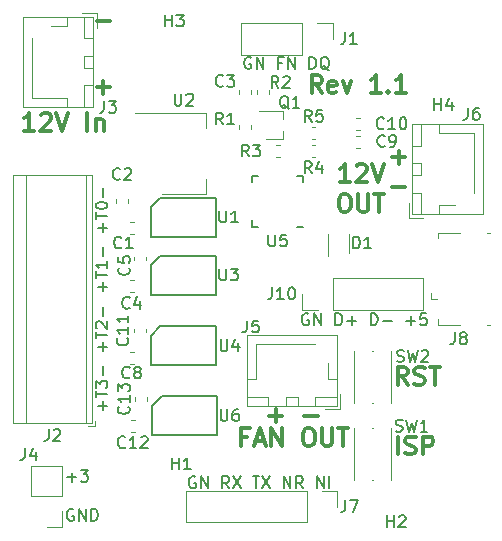
<source format=gbr>
G04 #@! TF.GenerationSoftware,KiCad,Pcbnew,5.0.1-5.0.1*
G04 #@! TF.CreationDate,2018-12-02T23:25:31-08:00*
G04 #@! TF.ProjectId,t962,743936322E6B696361645F7063620000,1.1*
G04 #@! TF.SameCoordinates,Original*
G04 #@! TF.FileFunction,Legend,Top*
G04 #@! TF.FilePolarity,Positive*
%FSLAX46Y46*%
G04 Gerber Fmt 4.6, Leading zero omitted, Abs format (unit mm)*
G04 Created by KiCad (PCBNEW 5.0.1-5.0.1) date Sun 02 Dec 2018 11:25:31 PM PST*
%MOMM*%
%LPD*%
G01*
G04 APERTURE LIST*
%ADD10C,0.300000*%
%ADD11C,0.150000*%
%ADD12C,0.120000*%
G04 APERTURE END LIST*
D10*
X155971428Y-45803571D02*
X155114285Y-45803571D01*
X155542857Y-45803571D02*
X155542857Y-44303571D01*
X155400000Y-44517857D01*
X155257142Y-44660714D01*
X155114285Y-44732142D01*
X156542857Y-44446428D02*
X156614285Y-44375000D01*
X156757142Y-44303571D01*
X157114285Y-44303571D01*
X157257142Y-44375000D01*
X157328571Y-44446428D01*
X157400000Y-44589285D01*
X157400000Y-44732142D01*
X157328571Y-44946428D01*
X156471428Y-45803571D01*
X157400000Y-45803571D01*
X157828571Y-44303571D02*
X158328571Y-45803571D01*
X158828571Y-44303571D01*
X155400000Y-46853571D02*
X155685714Y-46853571D01*
X155828571Y-46925000D01*
X155971428Y-47067857D01*
X156042857Y-47353571D01*
X156042857Y-47853571D01*
X155971428Y-48139285D01*
X155828571Y-48282142D01*
X155685714Y-48353571D01*
X155400000Y-48353571D01*
X155257142Y-48282142D01*
X155114285Y-48139285D01*
X155042857Y-47853571D01*
X155042857Y-47353571D01*
X155114285Y-47067857D01*
X155257142Y-46925000D01*
X155400000Y-46853571D01*
X156685714Y-46853571D02*
X156685714Y-48067857D01*
X156757142Y-48210714D01*
X156828571Y-48282142D01*
X156971428Y-48353571D01*
X157257142Y-48353571D01*
X157400000Y-48282142D01*
X157471428Y-48210714D01*
X157542857Y-48067857D01*
X157542857Y-46853571D01*
X158042857Y-46853571D02*
X158900000Y-46853571D01*
X158471428Y-48353571D02*
X158471428Y-46853571D01*
X159528571Y-43732142D02*
X160671428Y-43732142D01*
X160100000Y-44303571D02*
X160100000Y-43160714D01*
X159528571Y-46282142D02*
X160671428Y-46282142D01*
D11*
X132035595Y-70821428D02*
X132797500Y-70821428D01*
X132416547Y-71202380D02*
X132416547Y-70440476D01*
X133178452Y-70202380D02*
X133797500Y-70202380D01*
X133464166Y-70583333D01*
X133607023Y-70583333D01*
X133702261Y-70630952D01*
X133749880Y-70678571D01*
X133797500Y-70773809D01*
X133797500Y-71011904D01*
X133749880Y-71107142D01*
X133702261Y-71154761D01*
X133607023Y-71202380D01*
X133321309Y-71202380D01*
X133226071Y-71154761D01*
X133178452Y-71107142D01*
X132559404Y-73550000D02*
X132464166Y-73502380D01*
X132321309Y-73502380D01*
X132178452Y-73550000D01*
X132083214Y-73645238D01*
X132035595Y-73740476D01*
X131987976Y-73930952D01*
X131987976Y-74073809D01*
X132035595Y-74264285D01*
X132083214Y-74359523D01*
X132178452Y-74454761D01*
X132321309Y-74502380D01*
X132416547Y-74502380D01*
X132559404Y-74454761D01*
X132607023Y-74407142D01*
X132607023Y-74073809D01*
X132416547Y-74073809D01*
X133035595Y-74502380D02*
X133035595Y-73502380D01*
X133607023Y-74502380D01*
X133607023Y-73502380D01*
X134083214Y-74502380D02*
X134083214Y-73502380D01*
X134321309Y-73502380D01*
X134464166Y-73550000D01*
X134559404Y-73645238D01*
X134607023Y-73740476D01*
X134654642Y-73930952D01*
X134654642Y-74073809D01*
X134607023Y-74264285D01*
X134559404Y-74359523D01*
X134464166Y-74454761D01*
X134321309Y-74502380D01*
X134083214Y-74502380D01*
D10*
X149128571Y-65607142D02*
X150271428Y-65607142D01*
X149700000Y-66178571D02*
X149700000Y-65035714D01*
X152128571Y-65607142D02*
X153271428Y-65607142D01*
X134528571Y-32207142D02*
X135671428Y-32207142D01*
X134528571Y-37807142D02*
X135671428Y-37807142D01*
X135100000Y-38378571D02*
X135100000Y-37235714D01*
X129264285Y-41478571D02*
X128407142Y-41478571D01*
X128835714Y-41478571D02*
X128835714Y-39978571D01*
X128692857Y-40192857D01*
X128550000Y-40335714D01*
X128407142Y-40407142D01*
X129835714Y-40121428D02*
X129907142Y-40050000D01*
X130050000Y-39978571D01*
X130407142Y-39978571D01*
X130550000Y-40050000D01*
X130621428Y-40121428D01*
X130692857Y-40264285D01*
X130692857Y-40407142D01*
X130621428Y-40621428D01*
X129764285Y-41478571D01*
X130692857Y-41478571D01*
X131121428Y-39978571D02*
X131621428Y-41478571D01*
X132121428Y-39978571D01*
X133764285Y-41478571D02*
X133764285Y-39978571D01*
X134478571Y-40478571D02*
X134478571Y-41478571D01*
X134478571Y-40621428D02*
X134550000Y-40550000D01*
X134692857Y-40478571D01*
X134907142Y-40478571D01*
X135050000Y-40550000D01*
X135121428Y-40692857D01*
X135121428Y-41478571D01*
X153592857Y-38278571D02*
X153092857Y-37564285D01*
X152735714Y-38278571D02*
X152735714Y-36778571D01*
X153307142Y-36778571D01*
X153450000Y-36850000D01*
X153521428Y-36921428D01*
X153592857Y-37064285D01*
X153592857Y-37278571D01*
X153521428Y-37421428D01*
X153450000Y-37492857D01*
X153307142Y-37564285D01*
X152735714Y-37564285D01*
X154807142Y-38207142D02*
X154664285Y-38278571D01*
X154378571Y-38278571D01*
X154235714Y-38207142D01*
X154164285Y-38064285D01*
X154164285Y-37492857D01*
X154235714Y-37350000D01*
X154378571Y-37278571D01*
X154664285Y-37278571D01*
X154807142Y-37350000D01*
X154878571Y-37492857D01*
X154878571Y-37635714D01*
X154164285Y-37778571D01*
X155378571Y-37278571D02*
X155735714Y-38278571D01*
X156092857Y-37278571D01*
X158592857Y-38278571D02*
X157735714Y-38278571D01*
X158164285Y-38278571D02*
X158164285Y-36778571D01*
X158021428Y-36992857D01*
X157878571Y-37135714D01*
X157735714Y-37207142D01*
X159235714Y-38135714D02*
X159307142Y-38207142D01*
X159235714Y-38278571D01*
X159164285Y-38207142D01*
X159235714Y-38135714D01*
X159235714Y-38278571D01*
X160735714Y-38278571D02*
X159878571Y-38278571D01*
X160307142Y-38278571D02*
X160307142Y-36778571D01*
X160164285Y-36992857D01*
X160021428Y-37135714D01*
X159878571Y-37207142D01*
D11*
X135071428Y-65157142D02*
X135071428Y-64395238D01*
X135452380Y-64776190D02*
X134690476Y-64776190D01*
X134452380Y-64061904D02*
X134452380Y-63490476D01*
X135452380Y-63776190D02*
X134452380Y-63776190D01*
X134452380Y-63252380D02*
X134452380Y-62633333D01*
X134833333Y-62966666D01*
X134833333Y-62823809D01*
X134880952Y-62728571D01*
X134928571Y-62680952D01*
X135023809Y-62633333D01*
X135261904Y-62633333D01*
X135357142Y-62680952D01*
X135404761Y-62728571D01*
X135452380Y-62823809D01*
X135452380Y-63109523D01*
X135404761Y-63204761D01*
X135357142Y-63252380D01*
X135071428Y-62204761D02*
X135071428Y-61442857D01*
X135071428Y-60157142D02*
X135071428Y-59395238D01*
X135452380Y-59776190D02*
X134690476Y-59776190D01*
X134452380Y-59061904D02*
X134452380Y-58490476D01*
X135452380Y-58776190D02*
X134452380Y-58776190D01*
X134547619Y-58204761D02*
X134500000Y-58157142D01*
X134452380Y-58061904D01*
X134452380Y-57823809D01*
X134500000Y-57728571D01*
X134547619Y-57680952D01*
X134642857Y-57633333D01*
X134738095Y-57633333D01*
X134880952Y-57680952D01*
X135452380Y-58252380D01*
X135452380Y-57633333D01*
X135071428Y-57204761D02*
X135071428Y-56442857D01*
X135071428Y-55057142D02*
X135071428Y-54295238D01*
X135452380Y-54676190D02*
X134690476Y-54676190D01*
X134452380Y-53961904D02*
X134452380Y-53390476D01*
X135452380Y-53676190D02*
X134452380Y-53676190D01*
X135452380Y-52533333D02*
X135452380Y-53104761D01*
X135452380Y-52819047D02*
X134452380Y-52819047D01*
X134595238Y-52914285D01*
X134690476Y-53009523D01*
X134738095Y-53104761D01*
X135071428Y-52104761D02*
X135071428Y-51342857D01*
X135071428Y-50057142D02*
X135071428Y-49295238D01*
X135452380Y-49676190D02*
X134690476Y-49676190D01*
X134452380Y-48961904D02*
X134452380Y-48390476D01*
X135452380Y-48676190D02*
X134452380Y-48676190D01*
X134452380Y-47866666D02*
X134452380Y-47771428D01*
X134500000Y-47676190D01*
X134547619Y-47628571D01*
X134642857Y-47580952D01*
X134833333Y-47533333D01*
X135071428Y-47533333D01*
X135261904Y-47580952D01*
X135357142Y-47628571D01*
X135404761Y-47676190D01*
X135452380Y-47771428D01*
X135452380Y-47866666D01*
X135404761Y-47961904D01*
X135357142Y-48009523D01*
X135261904Y-48057142D01*
X135071428Y-48104761D01*
X134833333Y-48104761D01*
X134642857Y-48057142D01*
X134547619Y-48009523D01*
X134500000Y-47961904D01*
X134452380Y-47866666D01*
X135071428Y-47104761D02*
X135071428Y-46342857D01*
X147600000Y-35300000D02*
X147504761Y-35252380D01*
X147361904Y-35252380D01*
X147219047Y-35300000D01*
X147123809Y-35395238D01*
X147076190Y-35490476D01*
X147028571Y-35680952D01*
X147028571Y-35823809D01*
X147076190Y-36014285D01*
X147123809Y-36109523D01*
X147219047Y-36204761D01*
X147361904Y-36252380D01*
X147457142Y-36252380D01*
X147600000Y-36204761D01*
X147647619Y-36157142D01*
X147647619Y-35823809D01*
X147457142Y-35823809D01*
X148076190Y-36252380D02*
X148076190Y-35252380D01*
X148647619Y-36252380D01*
X148647619Y-35252380D01*
X150219047Y-35728571D02*
X149885714Y-35728571D01*
X149885714Y-36252380D02*
X149885714Y-35252380D01*
X150361904Y-35252380D01*
X150742857Y-36252380D02*
X150742857Y-35252380D01*
X151314285Y-36252380D01*
X151314285Y-35252380D01*
X152552380Y-36252380D02*
X152552380Y-35252380D01*
X152790476Y-35252380D01*
X152933333Y-35300000D01*
X153028571Y-35395238D01*
X153076190Y-35490476D01*
X153123809Y-35680952D01*
X153123809Y-35823809D01*
X153076190Y-36014285D01*
X153028571Y-36109523D01*
X152933333Y-36204761D01*
X152790476Y-36252380D01*
X152552380Y-36252380D01*
X154219047Y-36347619D02*
X154123809Y-36300000D01*
X154028571Y-36204761D01*
X153885714Y-36061904D01*
X153790476Y-36014285D01*
X153695238Y-36014285D01*
X153742857Y-36252380D02*
X153647619Y-36204761D01*
X153552380Y-36109523D01*
X153504761Y-35919047D01*
X153504761Y-35585714D01*
X153552380Y-35395238D01*
X153647619Y-35300000D01*
X153742857Y-35252380D01*
X153933333Y-35252380D01*
X154028571Y-35300000D01*
X154123809Y-35395238D01*
X154171428Y-35585714D01*
X154171428Y-35919047D01*
X154123809Y-36109523D01*
X154028571Y-36204761D01*
X153933333Y-36252380D01*
X153742857Y-36252380D01*
X152461904Y-57000000D02*
X152366666Y-56952380D01*
X152223809Y-56952380D01*
X152080952Y-57000000D01*
X151985714Y-57095238D01*
X151938095Y-57190476D01*
X151890476Y-57380952D01*
X151890476Y-57523809D01*
X151938095Y-57714285D01*
X151985714Y-57809523D01*
X152080952Y-57904761D01*
X152223809Y-57952380D01*
X152319047Y-57952380D01*
X152461904Y-57904761D01*
X152509523Y-57857142D01*
X152509523Y-57523809D01*
X152319047Y-57523809D01*
X152938095Y-57952380D02*
X152938095Y-56952380D01*
X153509523Y-57952380D01*
X153509523Y-56952380D01*
X154747619Y-57952380D02*
X154747619Y-56952380D01*
X154985714Y-56952380D01*
X155128571Y-57000000D01*
X155223809Y-57095238D01*
X155271428Y-57190476D01*
X155319047Y-57380952D01*
X155319047Y-57523809D01*
X155271428Y-57714285D01*
X155223809Y-57809523D01*
X155128571Y-57904761D01*
X154985714Y-57952380D01*
X154747619Y-57952380D01*
X155747619Y-57571428D02*
X156509523Y-57571428D01*
X156128571Y-57952380D02*
X156128571Y-57190476D01*
X157747619Y-57952380D02*
X157747619Y-56952380D01*
X157985714Y-56952380D01*
X158128571Y-57000000D01*
X158223809Y-57095238D01*
X158271428Y-57190476D01*
X158319047Y-57380952D01*
X158319047Y-57523809D01*
X158271428Y-57714285D01*
X158223809Y-57809523D01*
X158128571Y-57904761D01*
X157985714Y-57952380D01*
X157747619Y-57952380D01*
X158747619Y-57571428D02*
X159509523Y-57571428D01*
X160747619Y-57571428D02*
X161509523Y-57571428D01*
X161128571Y-57952380D02*
X161128571Y-57190476D01*
X162461904Y-56952380D02*
X161985714Y-56952380D01*
X161938095Y-57428571D01*
X161985714Y-57380952D01*
X162080952Y-57333333D01*
X162319047Y-57333333D01*
X162414285Y-57380952D01*
X162461904Y-57428571D01*
X162509523Y-57523809D01*
X162509523Y-57761904D01*
X162461904Y-57857142D01*
X162414285Y-57904761D01*
X162319047Y-57952380D01*
X162080952Y-57952380D01*
X161985714Y-57904761D01*
X161938095Y-57857142D01*
D10*
X160878571Y-62978571D02*
X160378571Y-62264285D01*
X160021428Y-62978571D02*
X160021428Y-61478571D01*
X160592857Y-61478571D01*
X160735714Y-61550000D01*
X160807142Y-61621428D01*
X160878571Y-61764285D01*
X160878571Y-61978571D01*
X160807142Y-62121428D01*
X160735714Y-62192857D01*
X160592857Y-62264285D01*
X160021428Y-62264285D01*
X161450000Y-62907142D02*
X161664285Y-62978571D01*
X162021428Y-62978571D01*
X162164285Y-62907142D01*
X162235714Y-62835714D01*
X162307142Y-62692857D01*
X162307142Y-62550000D01*
X162235714Y-62407142D01*
X162164285Y-62335714D01*
X162021428Y-62264285D01*
X161735714Y-62192857D01*
X161592857Y-62121428D01*
X161521428Y-62050000D01*
X161450000Y-61907142D01*
X161450000Y-61764285D01*
X161521428Y-61621428D01*
X161592857Y-61550000D01*
X161735714Y-61478571D01*
X162092857Y-61478571D01*
X162307142Y-61550000D01*
X162735714Y-61478571D02*
X163592857Y-61478571D01*
X163164285Y-62978571D02*
X163164285Y-61478571D01*
X160035714Y-68878571D02*
X160035714Y-67378571D01*
X160678571Y-68807142D02*
X160892857Y-68878571D01*
X161250000Y-68878571D01*
X161392857Y-68807142D01*
X161464285Y-68735714D01*
X161535714Y-68592857D01*
X161535714Y-68450000D01*
X161464285Y-68307142D01*
X161392857Y-68235714D01*
X161250000Y-68164285D01*
X160964285Y-68092857D01*
X160821428Y-68021428D01*
X160750000Y-67950000D01*
X160678571Y-67807142D01*
X160678571Y-67664285D01*
X160750000Y-67521428D01*
X160821428Y-67450000D01*
X160964285Y-67378571D01*
X161321428Y-67378571D01*
X161535714Y-67450000D01*
X162178571Y-68878571D02*
X162178571Y-67378571D01*
X162750000Y-67378571D01*
X162892857Y-67450000D01*
X162964285Y-67521428D01*
X163035714Y-67664285D01*
X163035714Y-67878571D01*
X162964285Y-68021428D01*
X162892857Y-68092857D01*
X162750000Y-68164285D01*
X162178571Y-68164285D01*
D11*
X142895238Y-70800000D02*
X142800000Y-70752380D01*
X142657142Y-70752380D01*
X142514285Y-70800000D01*
X142419047Y-70895238D01*
X142371428Y-70990476D01*
X142323809Y-71180952D01*
X142323809Y-71323809D01*
X142371428Y-71514285D01*
X142419047Y-71609523D01*
X142514285Y-71704761D01*
X142657142Y-71752380D01*
X142752380Y-71752380D01*
X142895238Y-71704761D01*
X142942857Y-71657142D01*
X142942857Y-71323809D01*
X142752380Y-71323809D01*
X143371428Y-71752380D02*
X143371428Y-70752380D01*
X143942857Y-71752380D01*
X143942857Y-70752380D01*
X145752380Y-71752380D02*
X145419047Y-71276190D01*
X145180952Y-71752380D02*
X145180952Y-70752380D01*
X145561904Y-70752380D01*
X145657142Y-70800000D01*
X145704761Y-70847619D01*
X145752380Y-70942857D01*
X145752380Y-71085714D01*
X145704761Y-71180952D01*
X145657142Y-71228571D01*
X145561904Y-71276190D01*
X145180952Y-71276190D01*
X146085714Y-70752380D02*
X146752380Y-71752380D01*
X146752380Y-70752380D02*
X146085714Y-71752380D01*
X147752380Y-70752380D02*
X148323809Y-70752380D01*
X148038095Y-71752380D02*
X148038095Y-70752380D01*
X148561904Y-70752380D02*
X149228571Y-71752380D01*
X149228571Y-70752380D02*
X148561904Y-71752380D01*
X150371428Y-71752380D02*
X150371428Y-70752380D01*
X150942857Y-71752380D01*
X150942857Y-70752380D01*
X151990476Y-71752380D02*
X151657142Y-71276190D01*
X151419047Y-71752380D02*
X151419047Y-70752380D01*
X151800000Y-70752380D01*
X151895238Y-70800000D01*
X151942857Y-70847619D01*
X151990476Y-70942857D01*
X151990476Y-71085714D01*
X151942857Y-71180952D01*
X151895238Y-71228571D01*
X151800000Y-71276190D01*
X151419047Y-71276190D01*
X153180952Y-71752380D02*
X153180952Y-70752380D01*
X153752380Y-71752380D01*
X153752380Y-70752380D01*
X154228571Y-71752380D02*
X154228571Y-70752380D01*
D10*
X147271428Y-67392857D02*
X146771428Y-67392857D01*
X146771428Y-68178571D02*
X146771428Y-66678571D01*
X147485714Y-66678571D01*
X147985714Y-67750000D02*
X148700000Y-67750000D01*
X147842857Y-68178571D02*
X148342857Y-66678571D01*
X148842857Y-68178571D01*
X149342857Y-68178571D02*
X149342857Y-66678571D01*
X150200000Y-68178571D01*
X150200000Y-66678571D01*
X152342857Y-66678571D02*
X152628571Y-66678571D01*
X152771428Y-66750000D01*
X152914285Y-66892857D01*
X152985714Y-67178571D01*
X152985714Y-67678571D01*
X152914285Y-67964285D01*
X152771428Y-68107142D01*
X152628571Y-68178571D01*
X152342857Y-68178571D01*
X152200000Y-68107142D01*
X152057142Y-67964285D01*
X151985714Y-67678571D01*
X151985714Y-67178571D01*
X152057142Y-66892857D01*
X152200000Y-66750000D01*
X152342857Y-66678571D01*
X153628571Y-66678571D02*
X153628571Y-67892857D01*
X153700000Y-68035714D01*
X153771428Y-68107142D01*
X153914285Y-68178571D01*
X154200000Y-68178571D01*
X154342857Y-68107142D01*
X154414285Y-68035714D01*
X154485714Y-67892857D01*
X154485714Y-66678571D01*
X154985714Y-66678571D02*
X155842857Y-66678571D01*
X155414285Y-68178571D02*
X155414285Y-66678571D01*
D12*
G04 #@! TO.C,J6*
X161240000Y-48560000D02*
X167210000Y-48560000D01*
X167210000Y-48560000D02*
X167210000Y-40940000D01*
X167210000Y-40940000D02*
X161240000Y-40940000D01*
X161240000Y-40940000D02*
X161240000Y-48560000D01*
X161250000Y-45250000D02*
X162000000Y-45250000D01*
X162000000Y-45250000D02*
X162000000Y-44250000D01*
X162000000Y-44250000D02*
X161250000Y-44250000D01*
X161250000Y-44250000D02*
X161250000Y-45250000D01*
X161250000Y-48550000D02*
X162000000Y-48550000D01*
X162000000Y-48550000D02*
X162000000Y-46750000D01*
X162000000Y-46750000D02*
X161250000Y-46750000D01*
X161250000Y-46750000D02*
X161250000Y-48550000D01*
X161250000Y-42750000D02*
X162000000Y-42750000D01*
X162000000Y-42750000D02*
X162000000Y-40950000D01*
X162000000Y-40950000D02*
X161250000Y-40950000D01*
X161250000Y-40950000D02*
X161250000Y-42750000D01*
X163500000Y-48550000D02*
X163500000Y-47800000D01*
X163500000Y-47800000D02*
X164840000Y-47800000D01*
X166450000Y-44750000D02*
X166450000Y-46740000D01*
X163500000Y-40950000D02*
X163500000Y-41700000D01*
X163500000Y-41700000D02*
X166450000Y-41700000D01*
X166450000Y-41700000D02*
X166450000Y-44750000D01*
X160950000Y-47600000D02*
X160950000Y-48850000D01*
X160950000Y-48850000D02*
X162200000Y-48850000D01*
G04 #@! TO.C,J4*
X131630000Y-69830000D02*
X128970000Y-69830000D01*
X131630000Y-72430000D02*
X131630000Y-69830000D01*
X128970000Y-72430000D02*
X128970000Y-69830000D01*
X131630000Y-72430000D02*
X128970000Y-72430000D01*
X131630000Y-73700000D02*
X131630000Y-75030000D01*
X131630000Y-75030000D02*
X130300000Y-75030000D01*
G04 #@! TO.C,U2*
X143810000Y-46810000D02*
X143810000Y-45550000D01*
X143810000Y-39990000D02*
X143810000Y-41250000D01*
X140050000Y-46810000D02*
X143810000Y-46810000D01*
X137800000Y-39990000D02*
X143810000Y-39990000D01*
G04 #@! TO.C,J2*
X133650000Y-66260000D02*
X133650000Y-45240000D01*
X128550000Y-66260000D02*
X128550000Y-45240000D01*
X127430000Y-66260000D02*
X127430000Y-45240000D01*
X134170000Y-66260000D02*
X134170000Y-45240000D01*
X127430000Y-66260000D02*
X134170000Y-66260000D01*
X127430000Y-45240000D02*
X134170000Y-45240000D01*
X133770000Y-66500000D02*
X134410000Y-66500000D01*
X134410000Y-66500000D02*
X134410000Y-66100000D01*
G04 #@! TO.C,SW2*
X157950000Y-64500000D02*
X157850000Y-64500000D01*
X156350000Y-60100000D02*
X156350000Y-64500000D01*
X159450000Y-64500000D02*
X159450000Y-60100000D01*
X157950000Y-60100000D02*
X157850000Y-60100000D01*
G04 #@! TO.C,R5*
X152742222Y-42210000D02*
X153067780Y-42210000D01*
X152742222Y-41190000D02*
X153067780Y-41190000D01*
G04 #@! TO.C,R4*
X153062779Y-43710000D02*
X152737221Y-43710000D01*
X153062779Y-42690000D02*
X152737221Y-42690000D01*
G04 #@! TO.C,D1*
X154100000Y-50225000D02*
X154100000Y-52125000D01*
X155900000Y-51825000D02*
X155900000Y-50225000D01*
D11*
G04 #@! TO.C,U5*
X147700000Y-49600000D02*
X148225000Y-49600000D01*
X147700000Y-45300000D02*
X148225000Y-45300000D01*
X152000000Y-45300000D02*
X151475000Y-45300000D01*
X152000000Y-49600000D02*
X151475000Y-49600000D01*
X147700000Y-45300000D02*
X147700000Y-45825000D01*
X152000000Y-45300000D02*
X152000000Y-45825000D01*
X147700000Y-49600000D02*
X147700000Y-49075000D01*
D12*
G04 #@! TO.C,J8*
X163437500Y-57900000D02*
X163437500Y-57450000D01*
X165287500Y-57900000D02*
X163437500Y-57900000D01*
X167837500Y-50100000D02*
X167587500Y-50100000D01*
X167837500Y-57900000D02*
X167587500Y-57900000D01*
X165287500Y-50100000D02*
X163437500Y-50100000D01*
X163437500Y-50100000D02*
X163437500Y-50550000D01*
X162887500Y-55700000D02*
X162887500Y-55250000D01*
X162887500Y-55700000D02*
X163337500Y-55700000D01*
G04 #@! TO.C,R1*
X146590000Y-41037221D02*
X146590000Y-41362779D01*
X147610000Y-41037221D02*
X147610000Y-41362779D01*
G04 #@! TO.C,R3*
X150062779Y-43710000D02*
X149737221Y-43710000D01*
X150062779Y-42690000D02*
X149737221Y-42690000D01*
G04 #@! TO.C,SW1*
X157950000Y-66650000D02*
X157850000Y-66650000D01*
X159450000Y-71050000D02*
X159450000Y-66650000D01*
X156350000Y-66650000D02*
X156350000Y-71050000D01*
X157950000Y-71050000D02*
X157850000Y-71050000D01*
D11*
G04 #@! TO.C,U6*
X139230000Y-64750000D02*
X140030000Y-63950000D01*
X140030000Y-63950000D02*
X144770000Y-63950000D01*
X144770000Y-63950000D02*
X144770000Y-67250000D01*
X144770000Y-67250000D02*
X139230000Y-67250000D01*
X139230000Y-67250000D02*
X139230000Y-64750000D01*
D12*
G04 #@! TO.C,C10*
X156537221Y-40390000D02*
X156862779Y-40390000D01*
X156537221Y-41410000D02*
X156862779Y-41410000D01*
G04 #@! TO.C,C11*
X138710000Y-58562779D02*
X138710000Y-58237221D01*
X137690000Y-58562779D02*
X137690000Y-58237221D01*
G04 #@! TO.C,C12*
X137437221Y-65990000D02*
X137762779Y-65990000D01*
X137437221Y-67010000D02*
X137762779Y-67010000D01*
G04 #@! TO.C,C13*
X138810000Y-64362779D02*
X138810000Y-64037221D01*
X137790000Y-64362779D02*
X137790000Y-64037221D01*
G04 #@! TO.C,J5*
X155150000Y-65050000D02*
X155150000Y-63800000D01*
X153900000Y-65050000D02*
X155150000Y-65050000D01*
X148000000Y-59550000D02*
X151050000Y-59550000D01*
X148000000Y-62500000D02*
X148000000Y-59550000D01*
X147250000Y-62500000D02*
X148000000Y-62500000D01*
X151050000Y-59550000D02*
X153040000Y-59550000D01*
X154100000Y-62500000D02*
X154100000Y-61160000D01*
X154850000Y-62500000D02*
X154100000Y-62500000D01*
X147250000Y-64750000D02*
X149050000Y-64750000D01*
X147250000Y-64000000D02*
X147250000Y-64750000D01*
X149050000Y-64000000D02*
X147250000Y-64000000D01*
X149050000Y-64750000D02*
X149050000Y-64000000D01*
X153050000Y-64750000D02*
X154850000Y-64750000D01*
X153050000Y-64000000D02*
X153050000Y-64750000D01*
X154850000Y-64000000D02*
X153050000Y-64000000D01*
X154850000Y-64750000D02*
X154850000Y-64000000D01*
X150550000Y-64750000D02*
X151550000Y-64750000D01*
X150550000Y-64000000D02*
X150550000Y-64750000D01*
X151550000Y-64000000D02*
X150550000Y-64000000D01*
X151550000Y-64750000D02*
X151550000Y-64000000D01*
X147240000Y-64760000D02*
X154860000Y-64760000D01*
X147240000Y-58790000D02*
X147240000Y-64760000D01*
X154860000Y-58790000D02*
X147240000Y-58790000D01*
X154860000Y-64760000D02*
X154860000Y-58790000D01*
G04 #@! TO.C,J3*
X134260000Y-31840000D02*
X128290000Y-31840000D01*
X128290000Y-31840000D02*
X128290000Y-39460000D01*
X128290000Y-39460000D02*
X134260000Y-39460000D01*
X134260000Y-39460000D02*
X134260000Y-31840000D01*
X134250000Y-35150000D02*
X133500000Y-35150000D01*
X133500000Y-35150000D02*
X133500000Y-36150000D01*
X133500000Y-36150000D02*
X134250000Y-36150000D01*
X134250000Y-36150000D02*
X134250000Y-35150000D01*
X134250000Y-31850000D02*
X133500000Y-31850000D01*
X133500000Y-31850000D02*
X133500000Y-33650000D01*
X133500000Y-33650000D02*
X134250000Y-33650000D01*
X134250000Y-33650000D02*
X134250000Y-31850000D01*
X134250000Y-37650000D02*
X133500000Y-37650000D01*
X133500000Y-37650000D02*
X133500000Y-39450000D01*
X133500000Y-39450000D02*
X134250000Y-39450000D01*
X134250000Y-39450000D02*
X134250000Y-37650000D01*
X132000000Y-31850000D02*
X132000000Y-32600000D01*
X132000000Y-32600000D02*
X130660000Y-32600000D01*
X129050000Y-35650000D02*
X129050000Y-33660000D01*
X132000000Y-39450000D02*
X132000000Y-38700000D01*
X132000000Y-38700000D02*
X129050000Y-38700000D01*
X129050000Y-38700000D02*
X129050000Y-35650000D01*
X134550000Y-32800000D02*
X134550000Y-31550000D01*
X134550000Y-31550000D02*
X133300000Y-31550000D01*
G04 #@! TO.C,J1*
X146790000Y-32370000D02*
X146790000Y-35030000D01*
X151930000Y-32370000D02*
X146790000Y-32370000D01*
X151930000Y-35030000D02*
X146790000Y-35030000D01*
X151930000Y-32370000D02*
X151930000Y-35030000D01*
X153200000Y-32370000D02*
X154530000Y-32370000D01*
X154530000Y-32370000D02*
X154530000Y-33700000D01*
G04 #@! TO.C,J10*
X162210000Y-56630000D02*
X162210000Y-53970000D01*
X154530000Y-56630000D02*
X162210000Y-56630000D01*
X154530000Y-53970000D02*
X162210000Y-53970000D01*
X154530000Y-56630000D02*
X154530000Y-53970000D01*
X153260000Y-56630000D02*
X151930000Y-56630000D01*
X151930000Y-56630000D02*
X151930000Y-55300000D01*
G04 #@! TO.C,J7*
X142110000Y-71970000D02*
X142110000Y-74630000D01*
X152330000Y-71970000D02*
X142110000Y-71970000D01*
X152330000Y-74630000D02*
X142110000Y-74630000D01*
X152330000Y-71970000D02*
X152330000Y-74630000D01*
X153600000Y-71970000D02*
X154930000Y-71970000D01*
X154930000Y-71970000D02*
X154930000Y-73300000D01*
G04 #@! TO.C,R2*
X149110000Y-38362779D02*
X149110000Y-38037221D01*
X148090000Y-38362779D02*
X148090000Y-38037221D01*
D11*
G04 #@! TO.C,U1*
X139130000Y-50450000D02*
X139130000Y-47950000D01*
X144670000Y-50450000D02*
X139130000Y-50450000D01*
X144670000Y-47150000D02*
X144670000Y-50450000D01*
X139930000Y-47150000D02*
X144670000Y-47150000D01*
X139130000Y-47950000D02*
X139930000Y-47150000D01*
G04 #@! TO.C,U3*
X139130000Y-52850000D02*
X139930000Y-52050000D01*
X139930000Y-52050000D02*
X144670000Y-52050000D01*
X144670000Y-52050000D02*
X144670000Y-55350000D01*
X144670000Y-55350000D02*
X139130000Y-55350000D01*
X139130000Y-55350000D02*
X139130000Y-52850000D01*
G04 #@! TO.C,U4*
X139130000Y-61350000D02*
X139130000Y-58850000D01*
X144670000Y-61350000D02*
X139130000Y-61350000D01*
X144670000Y-58050000D02*
X144670000Y-61350000D01*
X139930000Y-58050000D02*
X144670000Y-58050000D01*
X139130000Y-58850000D02*
X139930000Y-58050000D01*
D12*
G04 #@! TO.C,C2*
X136190000Y-47562779D02*
X136190000Y-47237221D01*
X137210000Y-47562779D02*
X137210000Y-47237221D01*
G04 #@! TO.C,C3*
X147610000Y-38350279D02*
X147610000Y-38024721D01*
X146590000Y-38350279D02*
X146590000Y-38024721D01*
G04 #@! TO.C,C4*
X137337221Y-54090000D02*
X137662779Y-54090000D01*
X137337221Y-55110000D02*
X137662779Y-55110000D01*
G04 #@! TO.C,C5*
X138710000Y-52462779D02*
X138710000Y-52137221D01*
X137690000Y-52462779D02*
X137690000Y-52137221D01*
G04 #@! TO.C,C8*
X137337221Y-60190000D02*
X137662779Y-60190000D01*
X137337221Y-61210000D02*
X137662779Y-61210000D01*
G04 #@! TO.C,C9*
X156537221Y-42910000D02*
X156862779Y-42910000D01*
X156537221Y-41890000D02*
X156862779Y-41890000D01*
G04 #@! TO.C,C1*
X137337221Y-49190000D02*
X137662779Y-49190000D01*
X137337221Y-50210000D02*
X137662779Y-50210000D01*
G04 #@! TO.C,Q1*
X150295001Y-41500000D02*
X150295001Y-42160000D01*
X150295001Y-39840000D02*
X150295001Y-40500000D01*
X150295001Y-39840000D02*
X148265001Y-39840000D01*
X148885001Y-42160000D02*
X150295001Y-42160000D01*
G04 #@! TO.C,J6*
D11*
X165966666Y-39552380D02*
X165966666Y-40266666D01*
X165919047Y-40409523D01*
X165823809Y-40504761D01*
X165680952Y-40552380D01*
X165585714Y-40552380D01*
X166871428Y-39552380D02*
X166680952Y-39552380D01*
X166585714Y-39600000D01*
X166538095Y-39647619D01*
X166442857Y-39790476D01*
X166395238Y-39980952D01*
X166395238Y-40361904D01*
X166442857Y-40457142D01*
X166490476Y-40504761D01*
X166585714Y-40552380D01*
X166776190Y-40552380D01*
X166871428Y-40504761D01*
X166919047Y-40457142D01*
X166966666Y-40361904D01*
X166966666Y-40123809D01*
X166919047Y-40028571D01*
X166871428Y-39980952D01*
X166776190Y-39933333D01*
X166585714Y-39933333D01*
X166490476Y-39980952D01*
X166442857Y-40028571D01*
X166395238Y-40123809D01*
G04 #@! TO.C,J4*
X128466666Y-68352380D02*
X128466666Y-69066666D01*
X128419047Y-69209523D01*
X128323809Y-69304761D01*
X128180952Y-69352380D01*
X128085714Y-69352380D01*
X129371428Y-68685714D02*
X129371428Y-69352380D01*
X129133333Y-68304761D02*
X128895238Y-69019047D01*
X129514285Y-69019047D01*
G04 #@! TO.C,U2*
X141138095Y-38352380D02*
X141138095Y-39161904D01*
X141185714Y-39257142D01*
X141233333Y-39304761D01*
X141328571Y-39352380D01*
X141519047Y-39352380D01*
X141614285Y-39304761D01*
X141661904Y-39257142D01*
X141709523Y-39161904D01*
X141709523Y-38352380D01*
X142138095Y-38447619D02*
X142185714Y-38400000D01*
X142280952Y-38352380D01*
X142519047Y-38352380D01*
X142614285Y-38400000D01*
X142661904Y-38447619D01*
X142709523Y-38542857D01*
X142709523Y-38638095D01*
X142661904Y-38780952D01*
X142090476Y-39352380D01*
X142709523Y-39352380D01*
G04 #@! TO.C,J2*
X130466666Y-66752380D02*
X130466666Y-67466666D01*
X130419047Y-67609523D01*
X130323809Y-67704761D01*
X130180952Y-67752380D01*
X130085714Y-67752380D01*
X130895238Y-66847619D02*
X130942857Y-66800000D01*
X131038095Y-66752380D01*
X131276190Y-66752380D01*
X131371428Y-66800000D01*
X131419047Y-66847619D01*
X131466666Y-66942857D01*
X131466666Y-67038095D01*
X131419047Y-67180952D01*
X130847619Y-67752380D01*
X131466666Y-67752380D01*
G04 #@! TO.C,H1*
X140938095Y-70152380D02*
X140938095Y-69152380D01*
X140938095Y-69628571D02*
X141509523Y-69628571D01*
X141509523Y-70152380D02*
X141509523Y-69152380D01*
X142509523Y-70152380D02*
X141938095Y-70152380D01*
X142223809Y-70152380D02*
X142223809Y-69152380D01*
X142128571Y-69295238D01*
X142033333Y-69390476D01*
X141938095Y-69438095D01*
G04 #@! TO.C,H2*
X159138095Y-75052380D02*
X159138095Y-74052380D01*
X159138095Y-74528571D02*
X159709523Y-74528571D01*
X159709523Y-75052380D02*
X159709523Y-74052380D01*
X160138095Y-74147619D02*
X160185714Y-74100000D01*
X160280952Y-74052380D01*
X160519047Y-74052380D01*
X160614285Y-74100000D01*
X160661904Y-74147619D01*
X160709523Y-74242857D01*
X160709523Y-74338095D01*
X160661904Y-74480952D01*
X160090476Y-75052380D01*
X160709523Y-75052380D01*
G04 #@! TO.C,H3*
X140338095Y-32652380D02*
X140338095Y-31652380D01*
X140338095Y-32128571D02*
X140909523Y-32128571D01*
X140909523Y-32652380D02*
X140909523Y-31652380D01*
X141290476Y-31652380D02*
X141909523Y-31652380D01*
X141576190Y-32033333D01*
X141719047Y-32033333D01*
X141814285Y-32080952D01*
X141861904Y-32128571D01*
X141909523Y-32223809D01*
X141909523Y-32461904D01*
X141861904Y-32557142D01*
X141814285Y-32604761D01*
X141719047Y-32652380D01*
X141433333Y-32652380D01*
X141338095Y-32604761D01*
X141290476Y-32557142D01*
G04 #@! TO.C,H4*
X163138095Y-39752380D02*
X163138095Y-38752380D01*
X163138095Y-39228571D02*
X163709523Y-39228571D01*
X163709523Y-39752380D02*
X163709523Y-38752380D01*
X164614285Y-39085714D02*
X164614285Y-39752380D01*
X164376190Y-38704761D02*
X164138095Y-39419047D01*
X164757142Y-39419047D01*
G04 #@! TO.C,SW2*
X159966666Y-61004761D02*
X160109523Y-61052380D01*
X160347619Y-61052380D01*
X160442857Y-61004761D01*
X160490476Y-60957142D01*
X160538095Y-60861904D01*
X160538095Y-60766666D01*
X160490476Y-60671428D01*
X160442857Y-60623809D01*
X160347619Y-60576190D01*
X160157142Y-60528571D01*
X160061904Y-60480952D01*
X160014285Y-60433333D01*
X159966666Y-60338095D01*
X159966666Y-60242857D01*
X160014285Y-60147619D01*
X160061904Y-60100000D01*
X160157142Y-60052380D01*
X160395238Y-60052380D01*
X160538095Y-60100000D01*
X160871428Y-60052380D02*
X161109523Y-61052380D01*
X161300000Y-60338095D01*
X161490476Y-61052380D01*
X161728571Y-60052380D01*
X162061904Y-60147619D02*
X162109523Y-60100000D01*
X162204761Y-60052380D01*
X162442857Y-60052380D01*
X162538095Y-60100000D01*
X162585714Y-60147619D01*
X162633333Y-60242857D01*
X162633333Y-60338095D01*
X162585714Y-60480952D01*
X162014285Y-61052380D01*
X162633333Y-61052380D01*
G04 #@! TO.C,R5*
X152738334Y-40722380D02*
X152405001Y-40246190D01*
X152166905Y-40722380D02*
X152166905Y-39722380D01*
X152547858Y-39722380D01*
X152643096Y-39770000D01*
X152690715Y-39817619D01*
X152738334Y-39912857D01*
X152738334Y-40055714D01*
X152690715Y-40150952D01*
X152643096Y-40198571D01*
X152547858Y-40246190D01*
X152166905Y-40246190D01*
X153643096Y-39722380D02*
X153166905Y-39722380D01*
X153119286Y-40198571D01*
X153166905Y-40150952D01*
X153262143Y-40103333D01*
X153500239Y-40103333D01*
X153595477Y-40150952D01*
X153643096Y-40198571D01*
X153690715Y-40293809D01*
X153690715Y-40531904D01*
X153643096Y-40627142D01*
X153595477Y-40674761D01*
X153500239Y-40722380D01*
X153262143Y-40722380D01*
X153166905Y-40674761D01*
X153119286Y-40627142D01*
G04 #@! TO.C,R4*
X152733333Y-45082380D02*
X152400000Y-44606190D01*
X152161904Y-45082380D02*
X152161904Y-44082380D01*
X152542857Y-44082380D01*
X152638095Y-44130000D01*
X152685714Y-44177619D01*
X152733333Y-44272857D01*
X152733333Y-44415714D01*
X152685714Y-44510952D01*
X152638095Y-44558571D01*
X152542857Y-44606190D01*
X152161904Y-44606190D01*
X153590476Y-44415714D02*
X153590476Y-45082380D01*
X153352380Y-44034761D02*
X153114285Y-44749047D01*
X153733333Y-44749047D01*
G04 #@! TO.C,D1*
X156261904Y-51452380D02*
X156261904Y-50452380D01*
X156500000Y-50452380D01*
X156642857Y-50500000D01*
X156738095Y-50595238D01*
X156785714Y-50690476D01*
X156833333Y-50880952D01*
X156833333Y-51023809D01*
X156785714Y-51214285D01*
X156738095Y-51309523D01*
X156642857Y-51404761D01*
X156500000Y-51452380D01*
X156261904Y-51452380D01*
X157785714Y-51452380D02*
X157214285Y-51452380D01*
X157500000Y-51452380D02*
X157500000Y-50452380D01*
X157404761Y-50595238D01*
X157309523Y-50690476D01*
X157214285Y-50738095D01*
G04 #@! TO.C,U5*
X149088095Y-50277380D02*
X149088095Y-51086904D01*
X149135714Y-51182142D01*
X149183333Y-51229761D01*
X149278571Y-51277380D01*
X149469047Y-51277380D01*
X149564285Y-51229761D01*
X149611904Y-51182142D01*
X149659523Y-51086904D01*
X149659523Y-50277380D01*
X150611904Y-50277380D02*
X150135714Y-50277380D01*
X150088095Y-50753571D01*
X150135714Y-50705952D01*
X150230952Y-50658333D01*
X150469047Y-50658333D01*
X150564285Y-50705952D01*
X150611904Y-50753571D01*
X150659523Y-50848809D01*
X150659523Y-51086904D01*
X150611904Y-51182142D01*
X150564285Y-51229761D01*
X150469047Y-51277380D01*
X150230952Y-51277380D01*
X150135714Y-51229761D01*
X150088095Y-51182142D01*
G04 #@! TO.C,J8*
X164866666Y-58552380D02*
X164866666Y-59266666D01*
X164819047Y-59409523D01*
X164723809Y-59504761D01*
X164580952Y-59552380D01*
X164485714Y-59552380D01*
X165485714Y-58980952D02*
X165390476Y-58933333D01*
X165342857Y-58885714D01*
X165295238Y-58790476D01*
X165295238Y-58742857D01*
X165342857Y-58647619D01*
X165390476Y-58600000D01*
X165485714Y-58552380D01*
X165676190Y-58552380D01*
X165771428Y-58600000D01*
X165819047Y-58647619D01*
X165866666Y-58742857D01*
X165866666Y-58790476D01*
X165819047Y-58885714D01*
X165771428Y-58933333D01*
X165676190Y-58980952D01*
X165485714Y-58980952D01*
X165390476Y-59028571D01*
X165342857Y-59076190D01*
X165295238Y-59171428D01*
X165295238Y-59361904D01*
X165342857Y-59457142D01*
X165390476Y-59504761D01*
X165485714Y-59552380D01*
X165676190Y-59552380D01*
X165771428Y-59504761D01*
X165819047Y-59457142D01*
X165866666Y-59361904D01*
X165866666Y-59171428D01*
X165819047Y-59076190D01*
X165771428Y-59028571D01*
X165676190Y-58980952D01*
G04 #@! TO.C,R1*
X145233333Y-40952380D02*
X144900000Y-40476190D01*
X144661904Y-40952380D02*
X144661904Y-39952380D01*
X145042857Y-39952380D01*
X145138095Y-40000000D01*
X145185714Y-40047619D01*
X145233333Y-40142857D01*
X145233333Y-40285714D01*
X145185714Y-40380952D01*
X145138095Y-40428571D01*
X145042857Y-40476190D01*
X144661904Y-40476190D01*
X146185714Y-40952380D02*
X145614285Y-40952380D01*
X145900000Y-40952380D02*
X145900000Y-39952380D01*
X145804761Y-40095238D01*
X145709523Y-40190476D01*
X145614285Y-40238095D01*
G04 #@! TO.C,R3*
X147433333Y-43652380D02*
X147100000Y-43176190D01*
X146861904Y-43652380D02*
X146861904Y-42652380D01*
X147242857Y-42652380D01*
X147338095Y-42700000D01*
X147385714Y-42747619D01*
X147433333Y-42842857D01*
X147433333Y-42985714D01*
X147385714Y-43080952D01*
X147338095Y-43128571D01*
X147242857Y-43176190D01*
X146861904Y-43176190D01*
X147766666Y-42652380D02*
X148385714Y-42652380D01*
X148052380Y-43033333D01*
X148195238Y-43033333D01*
X148290476Y-43080952D01*
X148338095Y-43128571D01*
X148385714Y-43223809D01*
X148385714Y-43461904D01*
X148338095Y-43557142D01*
X148290476Y-43604761D01*
X148195238Y-43652380D01*
X147909523Y-43652380D01*
X147814285Y-43604761D01*
X147766666Y-43557142D01*
G04 #@! TO.C,SW1*
X159866666Y-66904761D02*
X160009523Y-66952380D01*
X160247619Y-66952380D01*
X160342857Y-66904761D01*
X160390476Y-66857142D01*
X160438095Y-66761904D01*
X160438095Y-66666666D01*
X160390476Y-66571428D01*
X160342857Y-66523809D01*
X160247619Y-66476190D01*
X160057142Y-66428571D01*
X159961904Y-66380952D01*
X159914285Y-66333333D01*
X159866666Y-66238095D01*
X159866666Y-66142857D01*
X159914285Y-66047619D01*
X159961904Y-66000000D01*
X160057142Y-65952380D01*
X160295238Y-65952380D01*
X160438095Y-66000000D01*
X160771428Y-65952380D02*
X161009523Y-66952380D01*
X161200000Y-66238095D01*
X161390476Y-66952380D01*
X161628571Y-65952380D01*
X162533333Y-66952380D02*
X161961904Y-66952380D01*
X162247619Y-66952380D02*
X162247619Y-65952380D01*
X162152380Y-66095238D01*
X162057142Y-66190476D01*
X161961904Y-66238095D01*
G04 #@! TO.C,U6*
X145038095Y-65052380D02*
X145038095Y-65861904D01*
X145085714Y-65957142D01*
X145133333Y-66004761D01*
X145228571Y-66052380D01*
X145419047Y-66052380D01*
X145514285Y-66004761D01*
X145561904Y-65957142D01*
X145609523Y-65861904D01*
X145609523Y-65052380D01*
X146514285Y-65052380D02*
X146323809Y-65052380D01*
X146228571Y-65100000D01*
X146180952Y-65147619D01*
X146085714Y-65290476D01*
X146038095Y-65480952D01*
X146038095Y-65861904D01*
X146085714Y-65957142D01*
X146133333Y-66004761D01*
X146228571Y-66052380D01*
X146419047Y-66052380D01*
X146514285Y-66004761D01*
X146561904Y-65957142D01*
X146609523Y-65861904D01*
X146609523Y-65623809D01*
X146561904Y-65528571D01*
X146514285Y-65480952D01*
X146419047Y-65433333D01*
X146228571Y-65433333D01*
X146133333Y-65480952D01*
X146085714Y-65528571D01*
X146038095Y-65623809D01*
G04 #@! TO.C,C10*
X158857142Y-41257142D02*
X158809523Y-41304761D01*
X158666666Y-41352380D01*
X158571428Y-41352380D01*
X158428571Y-41304761D01*
X158333333Y-41209523D01*
X158285714Y-41114285D01*
X158238095Y-40923809D01*
X158238095Y-40780952D01*
X158285714Y-40590476D01*
X158333333Y-40495238D01*
X158428571Y-40400000D01*
X158571428Y-40352380D01*
X158666666Y-40352380D01*
X158809523Y-40400000D01*
X158857142Y-40447619D01*
X159809523Y-41352380D02*
X159238095Y-41352380D01*
X159523809Y-41352380D02*
X159523809Y-40352380D01*
X159428571Y-40495238D01*
X159333333Y-40590476D01*
X159238095Y-40638095D01*
X160428571Y-40352380D02*
X160523809Y-40352380D01*
X160619047Y-40400000D01*
X160666666Y-40447619D01*
X160714285Y-40542857D01*
X160761904Y-40733333D01*
X160761904Y-40971428D01*
X160714285Y-41161904D01*
X160666666Y-41257142D01*
X160619047Y-41304761D01*
X160523809Y-41352380D01*
X160428571Y-41352380D01*
X160333333Y-41304761D01*
X160285714Y-41257142D01*
X160238095Y-41161904D01*
X160190476Y-40971428D01*
X160190476Y-40733333D01*
X160238095Y-40542857D01*
X160285714Y-40447619D01*
X160333333Y-40400000D01*
X160428571Y-40352380D01*
G04 #@! TO.C,C11*
X137127142Y-59042857D02*
X137174761Y-59090476D01*
X137222380Y-59233333D01*
X137222380Y-59328571D01*
X137174761Y-59471428D01*
X137079523Y-59566666D01*
X136984285Y-59614285D01*
X136793809Y-59661904D01*
X136650952Y-59661904D01*
X136460476Y-59614285D01*
X136365238Y-59566666D01*
X136270000Y-59471428D01*
X136222380Y-59328571D01*
X136222380Y-59233333D01*
X136270000Y-59090476D01*
X136317619Y-59042857D01*
X137222380Y-58090476D02*
X137222380Y-58661904D01*
X137222380Y-58376190D02*
X136222380Y-58376190D01*
X136365238Y-58471428D01*
X136460476Y-58566666D01*
X136508095Y-58661904D01*
X137222380Y-57138095D02*
X137222380Y-57709523D01*
X137222380Y-57423809D02*
X136222380Y-57423809D01*
X136365238Y-57519047D01*
X136460476Y-57614285D01*
X136508095Y-57709523D01*
G04 #@! TO.C,C12*
X136957142Y-68257142D02*
X136909523Y-68304761D01*
X136766666Y-68352380D01*
X136671428Y-68352380D01*
X136528571Y-68304761D01*
X136433333Y-68209523D01*
X136385714Y-68114285D01*
X136338095Y-67923809D01*
X136338095Y-67780952D01*
X136385714Y-67590476D01*
X136433333Y-67495238D01*
X136528571Y-67400000D01*
X136671428Y-67352380D01*
X136766666Y-67352380D01*
X136909523Y-67400000D01*
X136957142Y-67447619D01*
X137909523Y-68352380D02*
X137338095Y-68352380D01*
X137623809Y-68352380D02*
X137623809Y-67352380D01*
X137528571Y-67495238D01*
X137433333Y-67590476D01*
X137338095Y-67638095D01*
X138290476Y-67447619D02*
X138338095Y-67400000D01*
X138433333Y-67352380D01*
X138671428Y-67352380D01*
X138766666Y-67400000D01*
X138814285Y-67447619D01*
X138861904Y-67542857D01*
X138861904Y-67638095D01*
X138814285Y-67780952D01*
X138242857Y-68352380D01*
X138861904Y-68352380D01*
G04 #@! TO.C,C13*
X137227142Y-64842857D02*
X137274761Y-64890476D01*
X137322380Y-65033333D01*
X137322380Y-65128571D01*
X137274761Y-65271428D01*
X137179523Y-65366666D01*
X137084285Y-65414285D01*
X136893809Y-65461904D01*
X136750952Y-65461904D01*
X136560476Y-65414285D01*
X136465238Y-65366666D01*
X136370000Y-65271428D01*
X136322380Y-65128571D01*
X136322380Y-65033333D01*
X136370000Y-64890476D01*
X136417619Y-64842857D01*
X137322380Y-63890476D02*
X137322380Y-64461904D01*
X137322380Y-64176190D02*
X136322380Y-64176190D01*
X136465238Y-64271428D01*
X136560476Y-64366666D01*
X136608095Y-64461904D01*
X136322380Y-63557142D02*
X136322380Y-62938095D01*
X136703333Y-63271428D01*
X136703333Y-63128571D01*
X136750952Y-63033333D01*
X136798571Y-62985714D01*
X136893809Y-62938095D01*
X137131904Y-62938095D01*
X137227142Y-62985714D01*
X137274761Y-63033333D01*
X137322380Y-63128571D01*
X137322380Y-63414285D01*
X137274761Y-63509523D01*
X137227142Y-63557142D01*
G04 #@! TO.C,J5*
X147266666Y-57552380D02*
X147266666Y-58266666D01*
X147219047Y-58409523D01*
X147123809Y-58504761D01*
X146980952Y-58552380D01*
X146885714Y-58552380D01*
X148219047Y-57552380D02*
X147742857Y-57552380D01*
X147695238Y-58028571D01*
X147742857Y-57980952D01*
X147838095Y-57933333D01*
X148076190Y-57933333D01*
X148171428Y-57980952D01*
X148219047Y-58028571D01*
X148266666Y-58123809D01*
X148266666Y-58361904D01*
X148219047Y-58457142D01*
X148171428Y-58504761D01*
X148076190Y-58552380D01*
X147838095Y-58552380D01*
X147742857Y-58504761D01*
X147695238Y-58457142D01*
G04 #@! TO.C,J3*
X135166666Y-38952380D02*
X135166666Y-39666666D01*
X135119047Y-39809523D01*
X135023809Y-39904761D01*
X134880952Y-39952380D01*
X134785714Y-39952380D01*
X135547619Y-38952380D02*
X136166666Y-38952380D01*
X135833333Y-39333333D01*
X135976190Y-39333333D01*
X136071428Y-39380952D01*
X136119047Y-39428571D01*
X136166666Y-39523809D01*
X136166666Y-39761904D01*
X136119047Y-39857142D01*
X136071428Y-39904761D01*
X135976190Y-39952380D01*
X135690476Y-39952380D01*
X135595238Y-39904761D01*
X135547619Y-39857142D01*
G04 #@! TO.C,J1*
X155566666Y-33152380D02*
X155566666Y-33866666D01*
X155519047Y-34009523D01*
X155423809Y-34104761D01*
X155280952Y-34152380D01*
X155185714Y-34152380D01*
X156566666Y-34152380D02*
X155995238Y-34152380D01*
X156280952Y-34152380D02*
X156280952Y-33152380D01*
X156185714Y-33295238D01*
X156090476Y-33390476D01*
X155995238Y-33438095D01*
G04 #@! TO.C,J10*
X149390476Y-54752380D02*
X149390476Y-55466666D01*
X149342857Y-55609523D01*
X149247619Y-55704761D01*
X149104761Y-55752380D01*
X149009523Y-55752380D01*
X150390476Y-55752380D02*
X149819047Y-55752380D01*
X150104761Y-55752380D02*
X150104761Y-54752380D01*
X150009523Y-54895238D01*
X149914285Y-54990476D01*
X149819047Y-55038095D01*
X151009523Y-54752380D02*
X151104761Y-54752380D01*
X151200000Y-54800000D01*
X151247619Y-54847619D01*
X151295238Y-54942857D01*
X151342857Y-55133333D01*
X151342857Y-55371428D01*
X151295238Y-55561904D01*
X151247619Y-55657142D01*
X151200000Y-55704761D01*
X151104761Y-55752380D01*
X151009523Y-55752380D01*
X150914285Y-55704761D01*
X150866666Y-55657142D01*
X150819047Y-55561904D01*
X150771428Y-55371428D01*
X150771428Y-55133333D01*
X150819047Y-54942857D01*
X150866666Y-54847619D01*
X150914285Y-54800000D01*
X151009523Y-54752380D01*
G04 #@! TO.C,J7*
X155596666Y-72752380D02*
X155596666Y-73466666D01*
X155549047Y-73609523D01*
X155453809Y-73704761D01*
X155310952Y-73752380D01*
X155215714Y-73752380D01*
X155977619Y-72752380D02*
X156644285Y-72752380D01*
X156215714Y-73752380D01*
G04 #@! TO.C,R2*
X149933333Y-37852380D02*
X149600000Y-37376190D01*
X149361904Y-37852380D02*
X149361904Y-36852380D01*
X149742857Y-36852380D01*
X149838095Y-36900000D01*
X149885714Y-36947619D01*
X149933333Y-37042857D01*
X149933333Y-37185714D01*
X149885714Y-37280952D01*
X149838095Y-37328571D01*
X149742857Y-37376190D01*
X149361904Y-37376190D01*
X150314285Y-36947619D02*
X150361904Y-36900000D01*
X150457142Y-36852380D01*
X150695238Y-36852380D01*
X150790476Y-36900000D01*
X150838095Y-36947619D01*
X150885714Y-37042857D01*
X150885714Y-37138095D01*
X150838095Y-37280952D01*
X150266666Y-37852380D01*
X150885714Y-37852380D01*
G04 #@! TO.C,U1*
X144938095Y-48252380D02*
X144938095Y-49061904D01*
X144985714Y-49157142D01*
X145033333Y-49204761D01*
X145128571Y-49252380D01*
X145319047Y-49252380D01*
X145414285Y-49204761D01*
X145461904Y-49157142D01*
X145509523Y-49061904D01*
X145509523Y-48252380D01*
X146509523Y-49252380D02*
X145938095Y-49252380D01*
X146223809Y-49252380D02*
X146223809Y-48252380D01*
X146128571Y-48395238D01*
X146033333Y-48490476D01*
X145938095Y-48538095D01*
G04 #@! TO.C,U3*
X144938095Y-53152380D02*
X144938095Y-53961904D01*
X144985714Y-54057142D01*
X145033333Y-54104761D01*
X145128571Y-54152380D01*
X145319047Y-54152380D01*
X145414285Y-54104761D01*
X145461904Y-54057142D01*
X145509523Y-53961904D01*
X145509523Y-53152380D01*
X145890476Y-53152380D02*
X146509523Y-53152380D01*
X146176190Y-53533333D01*
X146319047Y-53533333D01*
X146414285Y-53580952D01*
X146461904Y-53628571D01*
X146509523Y-53723809D01*
X146509523Y-53961904D01*
X146461904Y-54057142D01*
X146414285Y-54104761D01*
X146319047Y-54152380D01*
X146033333Y-54152380D01*
X145938095Y-54104761D01*
X145890476Y-54057142D01*
G04 #@! TO.C,U4*
X145038095Y-59152380D02*
X145038095Y-59961904D01*
X145085714Y-60057142D01*
X145133333Y-60104761D01*
X145228571Y-60152380D01*
X145419047Y-60152380D01*
X145514285Y-60104761D01*
X145561904Y-60057142D01*
X145609523Y-59961904D01*
X145609523Y-59152380D01*
X146514285Y-59485714D02*
X146514285Y-60152380D01*
X146276190Y-59104761D02*
X146038095Y-59819047D01*
X146657142Y-59819047D01*
G04 #@! TO.C,C2*
X136533333Y-45557142D02*
X136485714Y-45604761D01*
X136342857Y-45652380D01*
X136247619Y-45652380D01*
X136104761Y-45604761D01*
X136009523Y-45509523D01*
X135961904Y-45414285D01*
X135914285Y-45223809D01*
X135914285Y-45080952D01*
X135961904Y-44890476D01*
X136009523Y-44795238D01*
X136104761Y-44700000D01*
X136247619Y-44652380D01*
X136342857Y-44652380D01*
X136485714Y-44700000D01*
X136533333Y-44747619D01*
X136914285Y-44747619D02*
X136961904Y-44700000D01*
X137057142Y-44652380D01*
X137295238Y-44652380D01*
X137390476Y-44700000D01*
X137438095Y-44747619D01*
X137485714Y-44842857D01*
X137485714Y-44938095D01*
X137438095Y-45080952D01*
X136866666Y-45652380D01*
X137485714Y-45652380D01*
G04 #@! TO.C,C3*
X145233333Y-37657142D02*
X145185714Y-37704761D01*
X145042857Y-37752380D01*
X144947619Y-37752380D01*
X144804761Y-37704761D01*
X144709523Y-37609523D01*
X144661904Y-37514285D01*
X144614285Y-37323809D01*
X144614285Y-37180952D01*
X144661904Y-36990476D01*
X144709523Y-36895238D01*
X144804761Y-36800000D01*
X144947619Y-36752380D01*
X145042857Y-36752380D01*
X145185714Y-36800000D01*
X145233333Y-36847619D01*
X145566666Y-36752380D02*
X146185714Y-36752380D01*
X145852380Y-37133333D01*
X145995238Y-37133333D01*
X146090476Y-37180952D01*
X146138095Y-37228571D01*
X146185714Y-37323809D01*
X146185714Y-37561904D01*
X146138095Y-37657142D01*
X146090476Y-37704761D01*
X145995238Y-37752380D01*
X145709523Y-37752380D01*
X145614285Y-37704761D01*
X145566666Y-37657142D01*
G04 #@! TO.C,C4*
X137333333Y-56457142D02*
X137285714Y-56504761D01*
X137142857Y-56552380D01*
X137047619Y-56552380D01*
X136904761Y-56504761D01*
X136809523Y-56409523D01*
X136761904Y-56314285D01*
X136714285Y-56123809D01*
X136714285Y-55980952D01*
X136761904Y-55790476D01*
X136809523Y-55695238D01*
X136904761Y-55600000D01*
X137047619Y-55552380D01*
X137142857Y-55552380D01*
X137285714Y-55600000D01*
X137333333Y-55647619D01*
X138190476Y-55885714D02*
X138190476Y-56552380D01*
X137952380Y-55504761D02*
X137714285Y-56219047D01*
X138333333Y-56219047D01*
G04 #@! TO.C,C5*
X137257142Y-53066666D02*
X137304761Y-53114285D01*
X137352380Y-53257142D01*
X137352380Y-53352380D01*
X137304761Y-53495238D01*
X137209523Y-53590476D01*
X137114285Y-53638095D01*
X136923809Y-53685714D01*
X136780952Y-53685714D01*
X136590476Y-53638095D01*
X136495238Y-53590476D01*
X136400000Y-53495238D01*
X136352380Y-53352380D01*
X136352380Y-53257142D01*
X136400000Y-53114285D01*
X136447619Y-53066666D01*
X136352380Y-52161904D02*
X136352380Y-52638095D01*
X136828571Y-52685714D01*
X136780952Y-52638095D01*
X136733333Y-52542857D01*
X136733333Y-52304761D01*
X136780952Y-52209523D01*
X136828571Y-52161904D01*
X136923809Y-52114285D01*
X137161904Y-52114285D01*
X137257142Y-52161904D01*
X137304761Y-52209523D01*
X137352380Y-52304761D01*
X137352380Y-52542857D01*
X137304761Y-52638095D01*
X137257142Y-52685714D01*
G04 #@! TO.C,C8*
X137333333Y-62357142D02*
X137285714Y-62404761D01*
X137142857Y-62452380D01*
X137047619Y-62452380D01*
X136904761Y-62404761D01*
X136809523Y-62309523D01*
X136761904Y-62214285D01*
X136714285Y-62023809D01*
X136714285Y-61880952D01*
X136761904Y-61690476D01*
X136809523Y-61595238D01*
X136904761Y-61500000D01*
X137047619Y-61452380D01*
X137142857Y-61452380D01*
X137285714Y-61500000D01*
X137333333Y-61547619D01*
X137904761Y-61880952D02*
X137809523Y-61833333D01*
X137761904Y-61785714D01*
X137714285Y-61690476D01*
X137714285Y-61642857D01*
X137761904Y-61547619D01*
X137809523Y-61500000D01*
X137904761Y-61452380D01*
X138095238Y-61452380D01*
X138190476Y-61500000D01*
X138238095Y-61547619D01*
X138285714Y-61642857D01*
X138285714Y-61690476D01*
X138238095Y-61785714D01*
X138190476Y-61833333D01*
X138095238Y-61880952D01*
X137904761Y-61880952D01*
X137809523Y-61928571D01*
X137761904Y-61976190D01*
X137714285Y-62071428D01*
X137714285Y-62261904D01*
X137761904Y-62357142D01*
X137809523Y-62404761D01*
X137904761Y-62452380D01*
X138095238Y-62452380D01*
X138190476Y-62404761D01*
X138238095Y-62357142D01*
X138285714Y-62261904D01*
X138285714Y-62071428D01*
X138238095Y-61976190D01*
X138190476Y-61928571D01*
X138095238Y-61880952D01*
G04 #@! TO.C,C9*
X158933333Y-42757142D02*
X158885714Y-42804761D01*
X158742857Y-42852380D01*
X158647619Y-42852380D01*
X158504761Y-42804761D01*
X158409523Y-42709523D01*
X158361904Y-42614285D01*
X158314285Y-42423809D01*
X158314285Y-42280952D01*
X158361904Y-42090476D01*
X158409523Y-41995238D01*
X158504761Y-41900000D01*
X158647619Y-41852380D01*
X158742857Y-41852380D01*
X158885714Y-41900000D01*
X158933333Y-41947619D01*
X159409523Y-42852380D02*
X159600000Y-42852380D01*
X159695238Y-42804761D01*
X159742857Y-42757142D01*
X159838095Y-42614285D01*
X159885714Y-42423809D01*
X159885714Y-42042857D01*
X159838095Y-41947619D01*
X159790476Y-41900000D01*
X159695238Y-41852380D01*
X159504761Y-41852380D01*
X159409523Y-41900000D01*
X159361904Y-41947619D01*
X159314285Y-42042857D01*
X159314285Y-42280952D01*
X159361904Y-42376190D01*
X159409523Y-42423809D01*
X159504761Y-42471428D01*
X159695238Y-42471428D01*
X159790476Y-42423809D01*
X159838095Y-42376190D01*
X159885714Y-42280952D01*
G04 #@! TO.C,C1*
X136633333Y-51357142D02*
X136585714Y-51404761D01*
X136442857Y-51452380D01*
X136347619Y-51452380D01*
X136204761Y-51404761D01*
X136109523Y-51309523D01*
X136061904Y-51214285D01*
X136014285Y-51023809D01*
X136014285Y-50880952D01*
X136061904Y-50690476D01*
X136109523Y-50595238D01*
X136204761Y-50500000D01*
X136347619Y-50452380D01*
X136442857Y-50452380D01*
X136585714Y-50500000D01*
X136633333Y-50547619D01*
X137585714Y-51452380D02*
X137014285Y-51452380D01*
X137300000Y-51452380D02*
X137300000Y-50452380D01*
X137204761Y-50595238D01*
X137109523Y-50690476D01*
X137014285Y-50738095D01*
G04 #@! TO.C,Q1*
X150804761Y-39647619D02*
X150709523Y-39600000D01*
X150614285Y-39504761D01*
X150471428Y-39361904D01*
X150376190Y-39314285D01*
X150280952Y-39314285D01*
X150328571Y-39552380D02*
X150233333Y-39504761D01*
X150138095Y-39409523D01*
X150090476Y-39219047D01*
X150090476Y-38885714D01*
X150138095Y-38695238D01*
X150233333Y-38600000D01*
X150328571Y-38552380D01*
X150519047Y-38552380D01*
X150614285Y-38600000D01*
X150709523Y-38695238D01*
X150757142Y-38885714D01*
X150757142Y-39219047D01*
X150709523Y-39409523D01*
X150614285Y-39504761D01*
X150519047Y-39552380D01*
X150328571Y-39552380D01*
X151709523Y-39552380D02*
X151138095Y-39552380D01*
X151423809Y-39552380D02*
X151423809Y-38552380D01*
X151328571Y-38695238D01*
X151233333Y-38790476D01*
X151138095Y-38838095D01*
G04 #@! TD*
M02*

</source>
